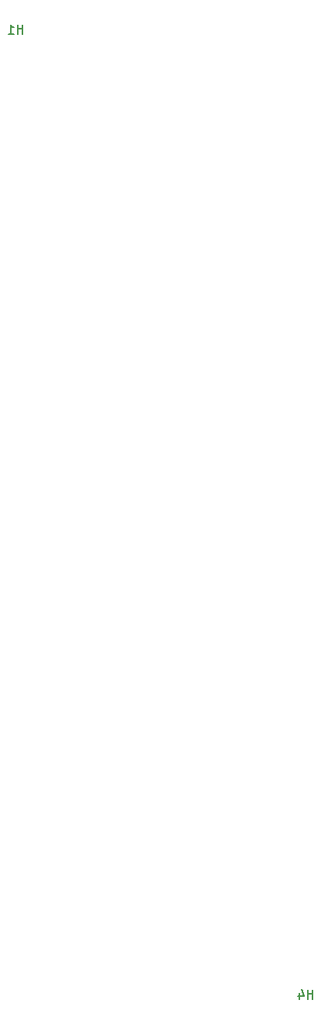
<source format=gbr>
%TF.GenerationSoftware,KiCad,Pcbnew,8.0.0*%
%TF.CreationDate,2024-06-30T13:13:22-04:00*%
%TF.ProjectId,PDB,5044422e-6b69-4636-9164-5f7063625858,rev?*%
%TF.SameCoordinates,Original*%
%TF.FileFunction,Legend,Bot*%
%TF.FilePolarity,Positive*%
%FSLAX46Y46*%
G04 Gerber Fmt 4.6, Leading zero omitted, Abs format (unit mm)*
G04 Created by KiCad (PCBNEW 8.0.0) date 2024-06-30 13:13:22*
%MOMM*%
%LPD*%
G01*
G04 APERTURE LIST*
G04 Aperture macros list*
%AMRoundRect*
0 Rectangle with rounded corners*
0 $1 Rounding radius*
0 $2 $3 $4 $5 $6 $7 $8 $9 X,Y pos of 4 corners*
0 Add a 4 corners polygon primitive as box body*
4,1,4,$2,$3,$4,$5,$6,$7,$8,$9,$2,$3,0*
0 Add four circle primitives for the rounded corners*
1,1,$1+$1,$2,$3*
1,1,$1+$1,$4,$5*
1,1,$1+$1,$6,$7*
1,1,$1+$1,$8,$9*
0 Add four rect primitives between the rounded corners*
20,1,$1+$1,$2,$3,$4,$5,0*
20,1,$1+$1,$4,$5,$6,$7,0*
20,1,$1+$1,$6,$7,$8,$9,0*
20,1,$1+$1,$8,$9,$2,$3,0*%
%AMHorizOval*
0 Thick line with rounded ends*
0 $1 width*
0 $2 $3 position (X,Y) of the first rounded end (center of the circle)*
0 $4 $5 position (X,Y) of the second rounded end (center of the circle)*
0 Add line between two ends*
20,1,$1,$2,$3,$4,$5,0*
0 Add two circle primitives to create the rounded ends*
1,1,$1,$2,$3*
1,1,$1,$4,$5*%
%AMRotRect*
0 Rectangle, with rotation*
0 The origin of the aperture is its center*
0 $1 length*
0 $2 width*
0 $3 Rotation angle, in degrees counterclockwise*
0 Add horizontal line*
21,1,$1,$2,0,0,$3*%
G04 Aperture macros list end*
%ADD10C,0.150000*%
%ADD11C,6.400000*%
%ADD12RoundRect,0.150000X-0.637917X-0.195096X-0.487917X-0.454904X0.637917X0.195096X0.487917X0.454904X0*%
%ADD13C,4.000000*%
%ADD14RoundRect,0.150000X-0.650000X0.150000X-0.650000X-0.150000X0.650000X-0.150000X0.650000X0.150000X0*%
%ADD15RoundRect,0.150000X0.650000X-0.150000X0.650000X0.150000X-0.650000X0.150000X-0.650000X-0.150000X0*%
%ADD16RotRect,1.700000X1.700000X135.000000*%
%ADD17HorizOval,1.700000X0.000000X0.000000X0.000000X0.000000X0*%
%ADD18RoundRect,0.150000X-0.487917X0.454904X-0.637917X0.195096X0.487917X-0.454904X0.637917X-0.195096X0*%
%ADD19RotRect,1.700000X1.700000X315.000000*%
%ADD20HorizOval,1.700000X0.000000X0.000000X0.000000X0.000000X0*%
%ADD21C,1.400000*%
%ADD22R,3.500000X3.500000*%
%ADD23C,3.500000*%
%ADD24R,1.700000X1.700000*%
%ADD25O,1.700000X1.700000*%
%ADD26RoundRect,0.150000X-0.454904X-0.487917X-0.195096X-0.637917X0.454904X0.487917X0.195096X0.637917X0*%
%ADD27RotRect,1.700000X1.700000X225.000000*%
%ADD28HorizOval,1.700000X0.000000X0.000000X0.000000X0.000000X0*%
%ADD29RoundRect,0.150000X0.195096X-0.637917X0.454904X-0.487917X-0.195096X0.637917X-0.454904X0.487917X0*%
%ADD30RoundRect,0.150000X0.487917X-0.454904X0.637917X-0.195096X-0.487917X0.454904X-0.637917X0.195096X0*%
%ADD31RoundRect,0.150000X0.637917X0.195096X0.487917X0.454904X-0.637917X-0.195096X-0.487917X-0.454904X0*%
%ADD32RoundRect,0.150000X0.454904X0.487917X0.195096X0.637917X-0.454904X-0.487917X-0.195096X-0.637917X0*%
%ADD33RoundRect,0.150000X-0.195096X0.637917X-0.454904X0.487917X0.195096X-0.637917X0.454904X-0.487917X0*%
%ADD34C,5.000000*%
%ADD35C,7.000000*%
G04 APERTURE END LIST*
D10*
X159417158Y-147314993D02*
X159417158Y-146314993D01*
X159417158Y-146791183D02*
X158845730Y-146791183D01*
X158845730Y-147314993D02*
X158845730Y-146314993D01*
X157940968Y-146648326D02*
X157940968Y-147314993D01*
X158179063Y-146267374D02*
X158417158Y-146981659D01*
X158417158Y-146981659D02*
X157798111Y-146981659D01*
X127667158Y-41904993D02*
X127667158Y-40904993D01*
X127667158Y-41381183D02*
X127095730Y-41381183D01*
X127095730Y-41904993D02*
X127095730Y-40904993D01*
X126095730Y-41904993D02*
X126667158Y-41904993D01*
X126381444Y-41904993D02*
X126381444Y-40904993D01*
X126381444Y-40904993D02*
X126476682Y-41047850D01*
X126476682Y-41047850D02*
X126571920Y-41143088D01*
X126571920Y-41143088D02*
X126667158Y-41190707D01*
%LPC*%
D11*
%TO.C,H3*%
X103780254Y-128455174D03*
%TD*%
D12*
%TO.C,J13*%
X95237742Y-109108693D03*
X101987742Y-120800035D03*
D13*
X105608894Y-115072055D03*
X102008894Y-108836673D03*
%TD*%
D11*
%TO.C,H2*%
X103780254Y-50455174D03*
%TD*%
D14*
%TO.C,J14*%
X91780254Y-82704306D03*
X91780254Y-96204306D03*
D13*
X97780254Y-93054306D03*
X97780254Y-85854306D03*
%TD*%
D15*
%TO.C,J9*%
X193780254Y-96205174D03*
X193780254Y-82705174D03*
D13*
X187780254Y-85855174D03*
X187780254Y-93055174D03*
%TD*%
D16*
%TO.C,J1*%
X169280254Y-64705174D03*
D17*
X167484203Y-62909123D03*
X171076305Y-62909123D03*
X169280254Y-61113072D03*
X172872356Y-61113072D03*
X171076305Y-59317020D03*
%TD*%
D18*
%TO.C,J15*%
X101988176Y-58108693D03*
X95238176Y-69800035D03*
D13*
X102009328Y-70072055D03*
X105609328Y-63836673D03*
%TD*%
D19*
%TO.C,J3*%
X116530254Y-113955174D03*
D20*
X118326305Y-115751225D03*
X114734203Y-115751225D03*
X116530254Y-117547276D03*
X112938152Y-117547276D03*
X114734203Y-119343328D03*
%TD*%
D21*
%TO.C,J6*%
X141636254Y-142461174D03*
X130636254Y-142461174D03*
D22*
X138636254Y-137461174D03*
D23*
X133636254Y-137461174D03*
%TD*%
D24*
%TO.C,J2*%
X168780254Y-114955174D03*
D25*
X171320254Y-114955174D03*
X168780254Y-117495174D03*
X171320254Y-117495174D03*
X168780254Y-120035174D03*
X171320254Y-120035174D03*
%TD*%
D11*
%TO.C,H5*%
X181780254Y-128455174D03*
%TD*%
D26*
%TO.C,J12*%
X111434207Y-130246818D03*
X123125549Y-136996818D03*
D13*
X123397569Y-130225666D03*
X117162187Y-126625666D03*
%TD*%
D27*
%TO.C,J4*%
X118030254Y-62955174D03*
D28*
X116234203Y-64751225D03*
X116234203Y-61159123D03*
X114438152Y-62955174D03*
X114438152Y-59363072D03*
X112642100Y-61159123D03*
%TD*%
D11*
%TO.C,H6*%
X181780254Y-50455174D03*
%TD*%
D21*
%TO.C,J5*%
X144352254Y-36703174D03*
X155352254Y-36703174D03*
D22*
X147352254Y-41703174D03*
D23*
X152352254Y-41703174D03*
%TD*%
D29*
%TO.C,J11*%
X162434207Y-136997252D03*
X174125549Y-130247252D03*
D13*
X168397569Y-126626100D03*
X162162187Y-130226100D03*
%TD*%
D30*
%TO.C,J10*%
X183572332Y-120800787D03*
X190322332Y-109109445D03*
D13*
X183551180Y-108837425D03*
X179951180Y-115072807D03*
%TD*%
D31*
%TO.C,J8*%
X190322766Y-69800787D03*
X183572766Y-58109445D03*
D13*
X179951614Y-63837425D03*
X183551614Y-70072807D03*
%TD*%
D32*
%TO.C,J7*%
X174126301Y-48662662D03*
X162434959Y-41912662D03*
D13*
X162162939Y-48683814D03*
X168398321Y-52283814D03*
%TD*%
D33*
%TO.C,J16*%
X123126301Y-41912228D03*
X111434959Y-48662228D03*
D13*
X117162939Y-52283380D03*
X123398321Y-48683380D03*
%TD*%
D34*
%TO.C,H4*%
X158655254Y-142160174D03*
D35*
X158655254Y-142160174D03*
%TD*%
D34*
%TO.C,H1*%
X126905254Y-36750174D03*
D35*
X126905254Y-36750174D03*
%TD*%
%LPD*%
M02*

</source>
